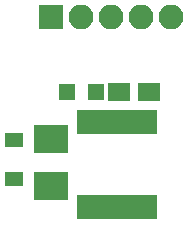
<source format=gbr>
G04 #@! TF.FileFunction,Soldermask,Top*
%FSLAX46Y46*%
G04 Gerber Fmt 4.6, Leading zero omitted, Abs format (unit mm)*
G04 Created by KiCad (PCBNEW 4.0.6-e0-6349~53~ubuntu16.04.1) date Thu Aug  3 21:42:43 2017*
%MOMM*%
%LPD*%
G01*
G04 APERTURE LIST*
%ADD10C,0.100000*%
%ADD11R,2.900000X2.400000*%
%ADD12R,1.900000X1.650000*%
%ADD13R,1.400000X1.400000*%
%ADD14R,1.600000X1.300000*%
%ADD15R,2.100000X2.100000*%
%ADD16O,2.100000X2.100000*%
%ADD17R,0.850000X2.150000*%
G04 APERTURE END LIST*
D10*
D11*
X5050151Y2222259D03*
X5050151Y6222259D03*
D12*
X13315000Y10160000D03*
X10815000Y10160000D03*
D13*
X6390000Y10160000D03*
X8890000Y10160000D03*
D14*
X1905000Y2795000D03*
X1905000Y6095000D03*
D15*
X5080000Y16510000D03*
D16*
X7620000Y16510000D03*
X10160000Y16510000D03*
X12700000Y16510000D03*
X15240000Y16510000D03*
D17*
X13559151Y7664000D03*
X12909151Y7664000D03*
X12259151Y7664000D03*
X11609151Y7664000D03*
X10959151Y7664000D03*
X10309151Y7664000D03*
X9659151Y7664000D03*
X9009151Y7664000D03*
X8359151Y7664000D03*
X7709151Y7664000D03*
X7709151Y464000D03*
X8359151Y464000D03*
X9009151Y464000D03*
X9659151Y464000D03*
X10309151Y464000D03*
X10959151Y464000D03*
X11609151Y464000D03*
X12259151Y464000D03*
X12909151Y464000D03*
X13559151Y464000D03*
M02*

</source>
